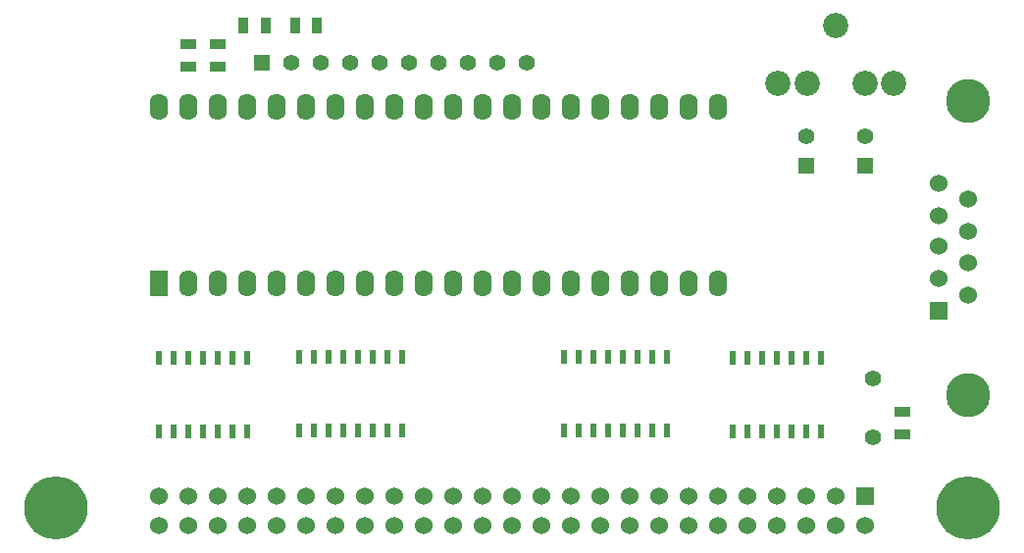
<source format=gts>
G04 (created by PCBNEW (2013-07-07 BZR 4022)-stable) date 02/05/2014 20:54:29*
%MOIN*%
G04 Gerber Fmt 3.4, Leading zero omitted, Abs format*
%FSLAX34Y34*%
G01*
G70*
G90*
G04 APERTURE LIST*
%ADD10C,0.00590551*%
%ADD11R,0.02X0.045*%
%ADD12C,0.15*%
%ADD13R,0.06X0.06*%
%ADD14C,0.06*%
%ADD15C,0.0859*%
%ADD16R,0.055X0.035*%
%ADD17R,0.035X0.055*%
%ADD18C,0.215*%
%ADD19R,0.062X0.09*%
%ADD20O,0.062X0.09*%
%ADD21C,0.055*%
%ADD22R,0.055X0.055*%
G04 APERTURE END LIST*
G54D10*
G54D11*
X30375Y-21925D03*
X30875Y-21925D03*
X31375Y-21925D03*
X31875Y-21925D03*
X32375Y-21925D03*
X32875Y-21925D03*
X33375Y-21925D03*
X33375Y-19425D03*
X32875Y-19425D03*
X31875Y-19425D03*
X31375Y-19425D03*
X30875Y-19425D03*
X30375Y-19425D03*
X32375Y-19425D03*
G54D12*
X38375Y-20675D03*
X38375Y-10675D03*
G54D13*
X37375Y-17825D03*
G54D14*
X37375Y-16725D03*
X37375Y-15625D03*
X37375Y-14575D03*
X37375Y-13475D03*
X38375Y-14025D03*
X38375Y-15125D03*
X38375Y-16175D03*
X38375Y-17275D03*
G54D11*
X15625Y-19375D03*
X16625Y-19375D03*
X17125Y-19375D03*
X17625Y-19375D03*
X18125Y-19375D03*
X18625Y-19375D03*
X19125Y-19375D03*
X19125Y-21875D03*
X18625Y-21875D03*
X18125Y-21875D03*
X17625Y-21875D03*
X17125Y-21875D03*
X16625Y-21875D03*
X16125Y-21875D03*
X15625Y-21875D03*
X16125Y-19375D03*
G54D15*
X33875Y-8125D03*
X35843Y-10093D03*
X34859Y-10093D03*
X32891Y-10093D03*
X31907Y-10093D03*
G54D16*
X12875Y-9500D03*
X12875Y-8750D03*
X11875Y-8750D03*
X11875Y-9500D03*
G54D17*
X15500Y-8125D03*
X16250Y-8125D03*
X14500Y-8125D03*
X13750Y-8125D03*
G54D16*
X36125Y-22000D03*
X36125Y-21250D03*
G54D13*
X34875Y-24125D03*
G54D14*
X34875Y-25125D03*
X33875Y-24125D03*
X33875Y-25125D03*
X32875Y-24125D03*
X32875Y-25125D03*
X31875Y-24125D03*
X31875Y-25125D03*
X30875Y-24125D03*
X30875Y-25125D03*
X29875Y-24125D03*
X29875Y-25125D03*
X28875Y-24125D03*
X28875Y-25125D03*
X27875Y-24125D03*
X27875Y-25125D03*
X26875Y-24125D03*
X26875Y-25125D03*
X25875Y-24125D03*
X25875Y-25125D03*
G54D18*
X38375Y-24525D03*
G54D14*
X24875Y-24125D03*
X24875Y-25125D03*
X23875Y-24125D03*
X23875Y-25125D03*
X22875Y-24125D03*
X22875Y-25125D03*
X21875Y-24125D03*
X21875Y-25125D03*
X20875Y-24125D03*
X20875Y-25125D03*
X19875Y-24125D03*
X19875Y-25125D03*
X18875Y-24125D03*
X18875Y-25125D03*
X17875Y-24125D03*
X17875Y-25125D03*
X16875Y-24125D03*
X16875Y-25125D03*
X15875Y-24125D03*
X15875Y-25125D03*
X14875Y-24125D03*
X14875Y-25125D03*
X13875Y-24125D03*
X13875Y-25125D03*
X12875Y-24125D03*
X12875Y-25125D03*
X11875Y-24125D03*
X11875Y-25125D03*
X10875Y-24125D03*
X10875Y-25125D03*
G54D18*
X7375Y-24525D03*
G54D19*
X10875Y-16875D03*
G54D20*
X11875Y-16875D03*
X12875Y-16875D03*
X13875Y-16875D03*
X14875Y-16875D03*
X15875Y-16875D03*
X16875Y-16875D03*
X17875Y-16875D03*
X18875Y-16875D03*
X19875Y-16875D03*
X20875Y-16875D03*
X21875Y-16875D03*
X22875Y-16875D03*
X23875Y-16875D03*
X24875Y-16875D03*
X25875Y-16875D03*
X26875Y-16875D03*
X27875Y-16875D03*
X28875Y-16875D03*
X29875Y-16875D03*
X29875Y-10875D03*
X28875Y-10875D03*
X27875Y-10875D03*
X26875Y-10875D03*
X25875Y-10875D03*
X24875Y-10875D03*
X23875Y-10875D03*
X22875Y-10875D03*
X21875Y-10875D03*
X20875Y-10875D03*
X19875Y-10875D03*
X18875Y-10875D03*
X17875Y-10875D03*
X16875Y-10875D03*
X15875Y-10875D03*
X14875Y-10875D03*
X13875Y-10875D03*
X12875Y-10875D03*
X11875Y-10875D03*
X10875Y-10875D03*
G54D21*
X35125Y-22125D03*
X35125Y-20125D03*
G54D22*
X32875Y-12875D03*
G54D21*
X32875Y-11875D03*
G54D22*
X34875Y-12875D03*
G54D21*
X34875Y-11875D03*
G54D11*
X24625Y-19375D03*
X25625Y-19375D03*
X26125Y-19375D03*
X26625Y-19375D03*
X27125Y-19375D03*
X27625Y-19375D03*
X28125Y-19375D03*
X28125Y-21875D03*
X27625Y-21875D03*
X27125Y-21875D03*
X26625Y-21875D03*
X26125Y-21875D03*
X25625Y-21875D03*
X25125Y-21875D03*
X24625Y-21875D03*
X25125Y-19375D03*
X10875Y-21925D03*
X11375Y-21925D03*
X11875Y-21925D03*
X12375Y-21925D03*
X12875Y-21925D03*
X13375Y-21925D03*
X13875Y-21925D03*
X13875Y-19425D03*
X13375Y-19425D03*
X12375Y-19425D03*
X11875Y-19425D03*
X11375Y-19425D03*
X10875Y-19425D03*
X12875Y-19425D03*
G54D22*
X14375Y-9375D03*
G54D21*
X15375Y-9375D03*
X16375Y-9375D03*
X17375Y-9375D03*
X18375Y-9375D03*
X19375Y-9375D03*
X20375Y-9375D03*
X21375Y-9375D03*
X22375Y-9375D03*
X23375Y-9375D03*
M02*

</source>
